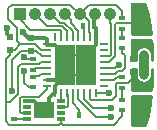
<source format=gbl>
G04 #@! TF.FileFunction,Copper,L2,Bot,Signal*
%FSLAX46Y46*%
G04 Gerber Fmt 4.6, Leading zero omitted, Abs format (unit mm)*
G04 Created by KiCad (PCBNEW 4.0.4+e1-6308~48~ubuntu14.04.1-stable) date Sat Nov 26 19:44:48 2016*
%MOMM*%
%LPD*%
G01*
G04 APERTURE LIST*
%ADD10C,0.350000*%
%ADD11R,0.600000X0.400000*%
%ADD12R,0.400000X0.600000*%
%ADD13R,0.500000X0.600000*%
%ADD14R,0.700000X0.250000*%
%ADD15R,0.250000X0.700000*%
%ADD16R,1.725000X1.725000*%
%ADD17C,1.050000*%
%ADD18R,1.050000X1.050000*%
%ADD19R,0.750000X0.300000*%
%ADD20R,0.875000X0.725000*%
%ADD21R,0.254000X0.254000*%
%ADD22C,0.600000*%
%ADD23C,0.304800*%
%ADD24C,0.152400*%
%ADD25C,0.254000*%
%ADD26C,0.300000*%
%ADD27O,0.799999X2.499999*%
G04 APERTURE END LIST*
D10*
D11*
X18135600Y-28092400D03*
D12*
X23672800Y-27736800D03*
X24003000Y-20193000D03*
X24903000Y-20193000D03*
D11*
X27300000Y-25450000D03*
X27300000Y-24550000D03*
X27305000Y-20432600D03*
X27305000Y-19532600D03*
D13*
X17780000Y-22199600D03*
X17780000Y-21099600D03*
X19590000Y-22300000D03*
X19590000Y-21200000D03*
D11*
X27300000Y-26450000D03*
X27300000Y-27350000D03*
X27300000Y-22100000D03*
X27300000Y-21200000D03*
X19786600Y-25411000D03*
X19786600Y-24511000D03*
X19786600Y-23001400D03*
X19786600Y-23901400D03*
D14*
X20942600Y-25270400D03*
X20942600Y-24770400D03*
X20942600Y-24270400D03*
X20942600Y-23770400D03*
X20942600Y-23270400D03*
X20942600Y-22770400D03*
X20942600Y-22270400D03*
X20942600Y-21770400D03*
D15*
X21592600Y-21120400D03*
X22092600Y-21120400D03*
X22592600Y-21120400D03*
X23092600Y-21120400D03*
X23592600Y-21120400D03*
X24092600Y-21120400D03*
X24592600Y-21120400D03*
X25092600Y-21120400D03*
D14*
X25742600Y-21770400D03*
X25742600Y-22270400D03*
X25742600Y-22770400D03*
X25742600Y-23270400D03*
X25742600Y-23770400D03*
X25742600Y-24270400D03*
X25742600Y-24770400D03*
X25742600Y-25270400D03*
D15*
X25092600Y-25920400D03*
X24592600Y-25920400D03*
X24092600Y-25920400D03*
X23592600Y-25920400D03*
X23092600Y-25920400D03*
X22592600Y-25920400D03*
X22092600Y-25920400D03*
X21592600Y-25920400D03*
D16*
X24205100Y-22657900D03*
X24205100Y-24382900D03*
X22480100Y-22657900D03*
X22480100Y-24382900D03*
D17*
X26238200Y-19177000D03*
X24968200Y-19177000D03*
D18*
X18618200Y-19177000D03*
D17*
X19888200Y-19177000D03*
X21158200Y-19177000D03*
X22428200Y-19177000D03*
X23698200Y-19177000D03*
D19*
X19225600Y-28080400D03*
X19225600Y-27580400D03*
X19225600Y-27080400D03*
X19225600Y-26580400D03*
X22125600Y-26580400D03*
X22125600Y-27080400D03*
X22125600Y-27580400D03*
X22125600Y-28080400D03*
D20*
X21113100Y-26967900D03*
X21113100Y-27692900D03*
X20238100Y-26967900D03*
X20238100Y-27692900D03*
D21*
X29006800Y-25095200D03*
X29006800Y-27635200D03*
X29006800Y-19202400D03*
X29006800Y-21742400D03*
D22*
X17571506Y-20339356D03*
X18913411Y-20751800D03*
X17953010Y-25738151D03*
X18968427Y-22858094D03*
X19015031Y-24053800D03*
X28295600Y-18542000D03*
X28295600Y-20675600D03*
X26202402Y-25908000D03*
X26995421Y-23469600D03*
X28255990Y-24079203D03*
X28295600Y-25450800D03*
X28255968Y-22961600D03*
X26365200Y-27166979D03*
X28295600Y-21539200D03*
X26365184Y-27919390D03*
X28346400Y-28397200D03*
X28346400Y-26365200D03*
D23*
X20238100Y-26967900D02*
X20238100Y-27692900D01*
X21592600Y-25920400D02*
X21493300Y-25920400D01*
X21493300Y-25920400D02*
X21113100Y-26300600D01*
X21113100Y-26300600D02*
X21113100Y-26967900D01*
X20238100Y-26967900D02*
X19850600Y-26580400D01*
X19850600Y-26580400D02*
X19225600Y-26580400D01*
X21113100Y-26967900D02*
X20238100Y-26967900D01*
X21113100Y-26967900D02*
X21113100Y-27692900D01*
X24903000Y-20193000D02*
X25092600Y-20382600D01*
X25092600Y-20382600D02*
X25092600Y-21120400D01*
X17571506Y-20339356D02*
X17571506Y-20891106D01*
X17571506Y-20891106D02*
X17780000Y-21099600D01*
X21592600Y-25920400D02*
X21590000Y-25923000D01*
X21592600Y-25920400D02*
X21597401Y-25915599D01*
X21597401Y-25915599D02*
X21597401Y-25265599D01*
X21597401Y-25265599D02*
X22480100Y-24382900D01*
X20942600Y-24770400D02*
X22092600Y-24770400D01*
X24903000Y-20193000D02*
X24903000Y-19242200D01*
X24903000Y-19242200D02*
X24968200Y-19177000D01*
X25092600Y-21120400D02*
X25087799Y-21125201D01*
X25087799Y-21125201D02*
X25087799Y-21775201D01*
X25087799Y-21775201D02*
X24205100Y-22657900D01*
X20942600Y-21770400D02*
X20947401Y-21775201D01*
X20947401Y-21775201D02*
X21597401Y-21775201D01*
X21597401Y-21775201D02*
X22480100Y-22657900D01*
X19590000Y-21200000D02*
X19361611Y-21200000D01*
X19361611Y-21200000D02*
X18913411Y-20751800D01*
X20942600Y-21770400D02*
X20942600Y-21340600D01*
X20942600Y-21340600D02*
X20802000Y-21200000D01*
X20802000Y-21200000D02*
X20649600Y-21200000D01*
X19590000Y-21200000D02*
X20649600Y-21200000D01*
D24*
X24205100Y-24382900D02*
X22480100Y-24382900D01*
X24205100Y-22657900D02*
X24205100Y-24382900D01*
X22480100Y-22657900D02*
X24205100Y-22657900D01*
X22480100Y-24382900D02*
X22480100Y-22657900D01*
X20942600Y-21770400D02*
X20942600Y-21493000D01*
X20942600Y-21493000D02*
X20649600Y-21200000D01*
X20649600Y-21200000D02*
X19992400Y-21200000D01*
X19992400Y-21200000D02*
X19590000Y-21200000D01*
X22480100Y-22657900D02*
X21592600Y-21770400D01*
X21592600Y-21770400D02*
X20942600Y-21770400D01*
X22480100Y-24382900D02*
X21592600Y-25270400D01*
X21592600Y-25270400D02*
X21592600Y-25920400D01*
X22092600Y-24770400D02*
X22480100Y-24382900D01*
X25092600Y-21120400D02*
X25092600Y-21770400D01*
X25092600Y-21770400D02*
X24205100Y-22657900D01*
X23698200Y-19177000D02*
X24485600Y-18389600D01*
X24485600Y-18389600D02*
X26771600Y-18389600D01*
X26771600Y-18389600D02*
X27305000Y-18923000D01*
X27305000Y-18923000D02*
X27305000Y-19532600D01*
X17449800Y-26644600D02*
X17424400Y-26670000D01*
X17729200Y-28549600D02*
X21958800Y-28549600D01*
X17424400Y-26670000D02*
X17424400Y-28244800D01*
X17424400Y-28244800D02*
X17729200Y-28549600D01*
X21958800Y-28549600D02*
X22125600Y-28382800D01*
X17424400Y-23007600D02*
X17780000Y-22652000D01*
X17780000Y-22652000D02*
X17780000Y-22199600D01*
X17828893Y-26644600D02*
X17449800Y-26644600D01*
X18481612Y-23712854D02*
X18481612Y-25991881D01*
X20266400Y-23444200D02*
X18750266Y-23444200D01*
X20440200Y-23270400D02*
X20266400Y-23444200D01*
X20942600Y-23270400D02*
X20440200Y-23270400D01*
X18750266Y-23444200D02*
X18481612Y-23712854D01*
X17449800Y-26644600D02*
X17424400Y-26619200D01*
X17424400Y-26619200D02*
X17424400Y-23007600D01*
X18481612Y-25991881D02*
X17828893Y-26644600D01*
X22125600Y-28382800D02*
X22292400Y-28549600D01*
X22292400Y-28549600D02*
X26619200Y-28549600D01*
X26619200Y-28549600D02*
X27300000Y-27868800D01*
X27300000Y-27868800D02*
X27300000Y-27350000D01*
X22125600Y-28080400D02*
X22125600Y-28382800D01*
X23698200Y-19177000D02*
X22910800Y-18389600D01*
X22910800Y-18389600D02*
X17944118Y-18389600D01*
X18364200Y-20384482D02*
X18364200Y-21445722D01*
X17944118Y-18389600D02*
X17627600Y-18706118D01*
X18364200Y-21445722D02*
X18665666Y-21747188D01*
X17627600Y-18706118D02*
X17627600Y-19647882D01*
X17627600Y-19647882D02*
X18364200Y-20384482D01*
X18665666Y-21747188D02*
X18213254Y-22199600D01*
X18213254Y-22199600D02*
X17780000Y-22199600D01*
X23698200Y-19177000D02*
X23898482Y-19177000D01*
X23898482Y-19177000D02*
X24474399Y-19752917D01*
X24474399Y-20675881D02*
X24474399Y-19752917D01*
X24592600Y-21120400D02*
X24561800Y-21089600D01*
X24561800Y-21089600D02*
X24561800Y-20763282D01*
X24561800Y-20763282D02*
X24474399Y-20675881D01*
X18665666Y-21747188D02*
X19916988Y-21747188D01*
X19916988Y-21747188D02*
X20440200Y-22270400D01*
X20440200Y-22270400D02*
X20942600Y-22270400D01*
X18746400Y-22300000D02*
X17953010Y-23093390D01*
X19590000Y-22300000D02*
X18746400Y-22300000D01*
X17953010Y-25313887D02*
X17953010Y-25738151D01*
X17953010Y-23093390D02*
X17953010Y-25313887D01*
X19590000Y-22300000D02*
X20014000Y-22300000D01*
X20014000Y-22300000D02*
X20484400Y-22770400D01*
X20484400Y-22770400D02*
X20942600Y-22770400D01*
X27300000Y-21200000D02*
X27300000Y-20437600D01*
X27300000Y-20437600D02*
X27305000Y-20432600D01*
X27300000Y-25450000D02*
X27300000Y-26450000D01*
X22428200Y-19177000D02*
X22953199Y-19701999D01*
X22953199Y-19701999D02*
X22953199Y-19978599D01*
X22953199Y-19978599D02*
X23592600Y-20618000D01*
X23592600Y-21120400D02*
X23592600Y-20618000D01*
X19524223Y-20540223D02*
X18618200Y-19634200D01*
X22092600Y-20618000D02*
X22014823Y-20540223D01*
X22014823Y-20540223D02*
X19524223Y-20540223D01*
X22092600Y-21120400D02*
X22092600Y-20618000D01*
X18618200Y-19634200D02*
X18618200Y-19177000D01*
X19786600Y-23001400D02*
X19111733Y-23001400D01*
X19111733Y-23001400D02*
X18968427Y-22858094D01*
X19888200Y-25411000D02*
X19416600Y-25411000D01*
X19416600Y-25411000D02*
X19015031Y-25009431D01*
X19015031Y-25009431D02*
X19015031Y-24478064D01*
X19015031Y-24478064D02*
X19015031Y-24053800D01*
X27300000Y-22452400D02*
X27300000Y-22100000D01*
X27524022Y-22676422D02*
X27300000Y-22452400D01*
X27524022Y-23723329D02*
X27524022Y-22676422D01*
X25742600Y-24270400D02*
X26668118Y-24270400D01*
X26940317Y-23998201D02*
X27249150Y-23998201D01*
X26668118Y-24270400D02*
X26940317Y-23998201D01*
X27249150Y-23998201D02*
X27524022Y-23723329D01*
X25742600Y-24770400D02*
X26614534Y-24770400D01*
X26614534Y-24770400D02*
X26834934Y-24550000D01*
X26834934Y-24550000D02*
X27300000Y-24550000D01*
X20942600Y-23770400D02*
X19917600Y-23770400D01*
X19917600Y-23770400D02*
X19786600Y-23901400D01*
X19888200Y-24460200D02*
X20243800Y-24460200D01*
X20243800Y-24460200D02*
X20433600Y-24270400D01*
X20433600Y-24270400D02*
X20942600Y-24270400D01*
X29006800Y-19202400D02*
X29006800Y-19481800D01*
X29006800Y-19481800D02*
X28498800Y-19989800D01*
X28498800Y-19989800D02*
X28270200Y-19989800D01*
X25742600Y-23270400D02*
X26194139Y-23270400D01*
X26194139Y-23270400D02*
X26695400Y-22769139D01*
X28270200Y-19989800D02*
X28295600Y-20015200D01*
X26695400Y-22769139D02*
X26695400Y-20103118D01*
X26695400Y-20103118D02*
X26808718Y-19989800D01*
X26808718Y-19989800D02*
X28270200Y-19989800D01*
X28295600Y-20015200D02*
X28295600Y-20675600D01*
X25641600Y-25920400D02*
X26190002Y-25920400D01*
X26190002Y-25920400D02*
X26202402Y-25908000D01*
X25092600Y-25920400D02*
X25641600Y-25920400D01*
X26695422Y-23769599D02*
X26995421Y-23469600D01*
X25742600Y-23770400D02*
X26694621Y-23770400D01*
X26694621Y-23770400D02*
X26695422Y-23769599D01*
X28255990Y-24576010D02*
X28255990Y-24503467D01*
X28255990Y-24503467D02*
X28255990Y-24079203D01*
X28168600Y-24663400D02*
X28255990Y-24576010D01*
X26771399Y-26162201D02*
X26434599Y-26499001D01*
X28168600Y-24663400D02*
X27813000Y-25019000D01*
X27813000Y-25019000D02*
X27432000Y-25019000D01*
X27432000Y-25019000D02*
X27429601Y-25021399D01*
X27429601Y-25021399D02*
X26817119Y-25021399D01*
X26817119Y-25021399D02*
X26771399Y-25067119D01*
X26771399Y-25067119D02*
X26771399Y-26162201D01*
X26434599Y-26499001D02*
X24668801Y-26499001D01*
X24668801Y-26499001D02*
X24592600Y-26422800D01*
X24592600Y-26422800D02*
X24592600Y-25920400D01*
X28168600Y-24663400D02*
X28600400Y-25095200D01*
X28600400Y-25095200D02*
X29006800Y-25095200D01*
X28295600Y-21539200D02*
X28803600Y-21539200D01*
X28803600Y-21539200D02*
X29006800Y-21742400D01*
X25940936Y-27166979D02*
X26365200Y-27166979D01*
X24092600Y-25920400D02*
X24092600Y-26422800D01*
X24092600Y-26422800D02*
X24836779Y-27166979D01*
X24836779Y-27166979D02*
X25940936Y-27166979D01*
X28346400Y-28397200D02*
X28346400Y-28295600D01*
X28346400Y-28295600D02*
X29006800Y-27635200D01*
X23592600Y-25920400D02*
X23592600Y-26422800D01*
X25940920Y-27919390D02*
X26365184Y-27919390D01*
X23592600Y-26422800D02*
X25089190Y-27919390D01*
X25089190Y-27919390D02*
X25940920Y-27919390D01*
X19888200Y-19177000D02*
X20946612Y-20235412D01*
X20946612Y-20235412D02*
X22210012Y-20235412D01*
X22210012Y-20235412D02*
X22592600Y-20618000D01*
X22592600Y-20618000D02*
X22592600Y-21120400D01*
X22066471Y-19930601D02*
X22405201Y-19930601D01*
X22405201Y-19930601D02*
X23092600Y-20618000D01*
X21158200Y-19177000D02*
X21312870Y-19177000D01*
X21312870Y-19177000D02*
X22066471Y-19930601D01*
X23092600Y-21120400D02*
X23092600Y-20618000D01*
X24092600Y-21120400D02*
X24092600Y-20255800D01*
X26245000Y-22770400D02*
X26390589Y-22624811D01*
X25742600Y-22770400D02*
X26245000Y-22770400D01*
X26238200Y-19919462D02*
X26238200Y-19177000D01*
X26390589Y-20071851D02*
X26238200Y-19919462D01*
X26390589Y-22624811D02*
X26390589Y-20071851D01*
X22592600Y-25920400D02*
X22729201Y-26057001D01*
X22729201Y-26057001D02*
X22729201Y-27004199D01*
X22729201Y-27004199D02*
X22653000Y-27080400D01*
X22653000Y-27080400D02*
X22125600Y-27080400D01*
X22092600Y-25920400D02*
X22092600Y-26547400D01*
X22092600Y-26547400D02*
X22125600Y-26580400D01*
X18621999Y-27504199D02*
X18698200Y-27580400D01*
X18621999Y-26282561D02*
X18621999Y-27504199D01*
X18705171Y-26199389D02*
X18621999Y-26282561D01*
X20291011Y-26199389D02*
X18705171Y-26199389D01*
X18698200Y-27580400D02*
X19225600Y-27580400D01*
X20942600Y-25547800D02*
X20291011Y-26199389D01*
X20942600Y-25270400D02*
X20942600Y-25547800D01*
X23114011Y-25941811D02*
X23092600Y-25920400D01*
X23114011Y-26725611D02*
X23114011Y-25941811D01*
X23672800Y-27284400D02*
X23114011Y-26725611D01*
X23672800Y-27736800D02*
X23672800Y-27284400D01*
X18135600Y-28092400D02*
X19213600Y-28092400D01*
X19213600Y-28092400D02*
X19225600Y-28080400D01*
D25*
G36*
X29206339Y-18395118D02*
X29218872Y-18426451D01*
X29238872Y-18476452D01*
X29245538Y-18486697D01*
X29249661Y-18498203D01*
X29271076Y-18533896D01*
X29285800Y-18578067D01*
X29344754Y-18754929D01*
X29383848Y-18891758D01*
X29386677Y-18897264D01*
X29387678Y-18903371D01*
X29415528Y-18977637D01*
X29433154Y-19039329D01*
X29452538Y-19116865D01*
X29470059Y-19186951D01*
X29478930Y-19266786D01*
X29481435Y-19274687D01*
X29481620Y-19282973D01*
X29501619Y-19372973D01*
X29502439Y-19374834D01*
X29502538Y-19376865D01*
X29521663Y-19453365D01*
X29540952Y-19549809D01*
X29541583Y-19551329D01*
X29541620Y-19552973D01*
X29559655Y-19634134D01*
X29568754Y-19725125D01*
X29570944Y-19732306D01*
X29570952Y-19739810D01*
X29590952Y-19839809D01*
X29590952Y-19839810D01*
X29609493Y-19932513D01*
X29618754Y-20025125D01*
X29620554Y-20031026D01*
X29620452Y-20037191D01*
X29639360Y-20141183D01*
X29648754Y-20235125D01*
X29650554Y-20241026D01*
X29650452Y-20247191D01*
X29669238Y-20350511D01*
X29678575Y-20453223D01*
X29688525Y-20572623D01*
X29690574Y-20579764D01*
X29690452Y-20587191D01*
X29709136Y-20689950D01*
X29718525Y-20802623D01*
X29724390Y-20873000D01*
X28127000Y-20873000D01*
X28127000Y-18377000D01*
X29192750Y-18377000D01*
X29206339Y-18395118D01*
X29206339Y-18395118D01*
G37*
X29206339Y-18395118D02*
X29218872Y-18426451D01*
X29238872Y-18476452D01*
X29245538Y-18486697D01*
X29249661Y-18498203D01*
X29271076Y-18533896D01*
X29285800Y-18578067D01*
X29344754Y-18754929D01*
X29383848Y-18891758D01*
X29386677Y-18897264D01*
X29387678Y-18903371D01*
X29415528Y-18977637D01*
X29433154Y-19039329D01*
X29452538Y-19116865D01*
X29470059Y-19186951D01*
X29478930Y-19266786D01*
X29481435Y-19274687D01*
X29481620Y-19282973D01*
X29501619Y-19372973D01*
X29502439Y-19374834D01*
X29502538Y-19376865D01*
X29521663Y-19453365D01*
X29540952Y-19549809D01*
X29541583Y-19551329D01*
X29541620Y-19552973D01*
X29559655Y-19634134D01*
X29568754Y-19725125D01*
X29570944Y-19732306D01*
X29570952Y-19739810D01*
X29590952Y-19839809D01*
X29590952Y-19839810D01*
X29609493Y-19932513D01*
X29618754Y-20025125D01*
X29620554Y-20031026D01*
X29620452Y-20037191D01*
X29639360Y-20141183D01*
X29648754Y-20235125D01*
X29650554Y-20241026D01*
X29650452Y-20247191D01*
X29669238Y-20350511D01*
X29678575Y-20453223D01*
X29688525Y-20572623D01*
X29690574Y-20579764D01*
X29690452Y-20587191D01*
X29709136Y-20689950D01*
X29718525Y-20802623D01*
X29724390Y-20873000D01*
X28127000Y-20873000D01*
X28127000Y-18377000D01*
X29192750Y-18377000D01*
X29206339Y-18395118D01*
G36*
X29768448Y-21411658D02*
X29768581Y-21412132D01*
X29768525Y-21412623D01*
X29778489Y-21532191D01*
X29788448Y-21661658D01*
X29788581Y-21662132D01*
X29788525Y-21662623D01*
X29798489Y-21782191D01*
X29808000Y-21905834D01*
X29808000Y-22030000D01*
X29809152Y-22035794D01*
X29808448Y-22041658D01*
X29828000Y-22295834D01*
X29828000Y-22430000D01*
X29829152Y-22435794D01*
X29828448Y-22441658D01*
X29838000Y-22565834D01*
X29838000Y-22830000D01*
X29839152Y-22835794D01*
X29838448Y-22841658D01*
X29848000Y-22965834D01*
X29848000Y-23123000D01*
X29787800Y-23123000D01*
X29787800Y-22589637D01*
X29736084Y-22329642D01*
X29588808Y-22109229D01*
X29368395Y-21961953D01*
X29108400Y-21910237D01*
X28848405Y-21961953D01*
X28627992Y-22109229D01*
X28480716Y-22329642D01*
X28429000Y-22589637D01*
X28429000Y-23123000D01*
X28127000Y-23123000D01*
X28127000Y-21377000D01*
X29765782Y-21377000D01*
X29768448Y-21411658D01*
X29768448Y-21411658D01*
G37*
X29768448Y-21411658D02*
X29768581Y-21412132D01*
X29768525Y-21412623D01*
X29778489Y-21532191D01*
X29788448Y-21661658D01*
X29788581Y-21662132D01*
X29788525Y-21662623D01*
X29798489Y-21782191D01*
X29808000Y-21905834D01*
X29808000Y-22030000D01*
X29809152Y-22035794D01*
X29808448Y-22041658D01*
X29828000Y-22295834D01*
X29828000Y-22430000D01*
X29829152Y-22435794D01*
X29828448Y-22441658D01*
X29838000Y-22565834D01*
X29838000Y-22830000D01*
X29839152Y-22835794D01*
X29838448Y-22841658D01*
X29848000Y-22965834D01*
X29848000Y-23123000D01*
X29787800Y-23123000D01*
X29787800Y-22589637D01*
X29736084Y-22329642D01*
X29588808Y-22109229D01*
X29368395Y-21961953D01*
X29108400Y-21910237D01*
X28848405Y-21961953D01*
X28627992Y-22109229D01*
X28480716Y-22329642D01*
X28429000Y-22589637D01*
X28429000Y-23123000D01*
X28127000Y-23123000D01*
X28127000Y-21377000D01*
X29765782Y-21377000D01*
X29768448Y-21411658D01*
G36*
X28429000Y-24349563D02*
X28480716Y-24609558D01*
X28627992Y-24829971D01*
X28848405Y-24977247D01*
X29108400Y-25028963D01*
X29368395Y-24977247D01*
X29588808Y-24829971D01*
X29736084Y-24609558D01*
X29787800Y-24349563D01*
X29787800Y-23877000D01*
X29848000Y-23877000D01*
X29848000Y-24034166D01*
X29838448Y-24158342D01*
X29839152Y-24164206D01*
X29838000Y-24170000D01*
X29838000Y-24434166D01*
X29828448Y-24558342D01*
X29829152Y-24564206D01*
X29828000Y-24570000D01*
X29828000Y-24704166D01*
X29808448Y-24958342D01*
X29809152Y-24964206D01*
X29808000Y-24970000D01*
X29808000Y-25094166D01*
X29798489Y-25217809D01*
X29788525Y-25337377D01*
X29788581Y-25337868D01*
X29788448Y-25338342D01*
X29778489Y-25467809D01*
X29768525Y-25587377D01*
X29768581Y-25587868D01*
X29768448Y-25588342D01*
X29765782Y-25623000D01*
X28127000Y-25623000D01*
X28127000Y-23877000D01*
X28429000Y-23877000D01*
X28429000Y-24349563D01*
X28429000Y-24349563D01*
G37*
X28429000Y-24349563D02*
X28480716Y-24609558D01*
X28627992Y-24829971D01*
X28848405Y-24977247D01*
X29108400Y-25028963D01*
X29368395Y-24977247D01*
X29588808Y-24829971D01*
X29736084Y-24609558D01*
X29787800Y-24349563D01*
X29787800Y-23877000D01*
X29848000Y-23877000D01*
X29848000Y-24034166D01*
X29838448Y-24158342D01*
X29839152Y-24164206D01*
X29838000Y-24170000D01*
X29838000Y-24434166D01*
X29828448Y-24558342D01*
X29829152Y-24564206D01*
X29828000Y-24570000D01*
X29828000Y-24704166D01*
X29808448Y-24958342D01*
X29809152Y-24964206D01*
X29808000Y-24970000D01*
X29808000Y-25094166D01*
X29798489Y-25217809D01*
X29788525Y-25337377D01*
X29788581Y-25337868D01*
X29788448Y-25338342D01*
X29778489Y-25467809D01*
X29768525Y-25587377D01*
X29768581Y-25587868D01*
X29768448Y-25588342D01*
X29765782Y-25623000D01*
X28127000Y-25623000D01*
X28127000Y-23877000D01*
X28429000Y-23877000D01*
X28429000Y-24349563D01*
G36*
X29718525Y-26197377D02*
X29709136Y-26310050D01*
X29690452Y-26412809D01*
X29690574Y-26420236D01*
X29688525Y-26427377D01*
X29678575Y-26546777D01*
X29669238Y-26649489D01*
X29650452Y-26752809D01*
X29650554Y-26758974D01*
X29648754Y-26764875D01*
X29639360Y-26858817D01*
X29620452Y-26962809D01*
X29620554Y-26968974D01*
X29618754Y-26974875D01*
X29609493Y-27067487D01*
X29590952Y-27160190D01*
X29590952Y-27160191D01*
X29570952Y-27260190D01*
X29570944Y-27267694D01*
X29568754Y-27274875D01*
X29559655Y-27365866D01*
X29541620Y-27447027D01*
X29541583Y-27448671D01*
X29540952Y-27450191D01*
X29521663Y-27546635D01*
X29502538Y-27623135D01*
X29502439Y-27625166D01*
X29501619Y-27627027D01*
X29481620Y-27717027D01*
X29481435Y-27725313D01*
X29478930Y-27733214D01*
X29470059Y-27813049D01*
X29452538Y-27883135D01*
X29433154Y-27960671D01*
X29415528Y-28022363D01*
X29387678Y-28096629D01*
X29386677Y-28102736D01*
X29383848Y-28108242D01*
X29344754Y-28245071D01*
X29285800Y-28421933D01*
X29271076Y-28466104D01*
X29249661Y-28501797D01*
X29245538Y-28513303D01*
X29238872Y-28523548D01*
X29218873Y-28573546D01*
X29218872Y-28573548D01*
X29206339Y-28604882D01*
X29192750Y-28623000D01*
X28127000Y-28623000D01*
X28127000Y-26127000D01*
X29724390Y-26127000D01*
X29718525Y-26197377D01*
X29718525Y-26197377D01*
G37*
X29718525Y-26197377D02*
X29709136Y-26310050D01*
X29690452Y-26412809D01*
X29690574Y-26420236D01*
X29688525Y-26427377D01*
X29678575Y-26546777D01*
X29669238Y-26649489D01*
X29650452Y-26752809D01*
X29650554Y-26758974D01*
X29648754Y-26764875D01*
X29639360Y-26858817D01*
X29620452Y-26962809D01*
X29620554Y-26968974D01*
X29618754Y-26974875D01*
X29609493Y-27067487D01*
X29590952Y-27160190D01*
X29590952Y-27160191D01*
X29570952Y-27260190D01*
X29570944Y-27267694D01*
X29568754Y-27274875D01*
X29559655Y-27365866D01*
X29541620Y-27447027D01*
X29541583Y-27448671D01*
X29540952Y-27450191D01*
X29521663Y-27546635D01*
X29502538Y-27623135D01*
X29502439Y-27625166D01*
X29501619Y-27627027D01*
X29481620Y-27717027D01*
X29481435Y-27725313D01*
X29478930Y-27733214D01*
X29470059Y-27813049D01*
X29452538Y-27883135D01*
X29433154Y-27960671D01*
X29415528Y-28022363D01*
X29387678Y-28096629D01*
X29386677Y-28102736D01*
X29383848Y-28108242D01*
X29344754Y-28245071D01*
X29285800Y-28421933D01*
X29271076Y-28466104D01*
X29249661Y-28501797D01*
X29245538Y-28513303D01*
X29238872Y-28523548D01*
X29218873Y-28573546D01*
X29218872Y-28573548D01*
X29206339Y-28604882D01*
X29192750Y-28623000D01*
X28127000Y-28623000D01*
X28127000Y-26127000D01*
X29724390Y-26127000D01*
X29718525Y-26197377D01*
D26*
X17571506Y-20339356D03*
X18913411Y-20751800D03*
X17953010Y-25738151D03*
X18968427Y-22858094D03*
X19015031Y-24053800D03*
X28295600Y-18542000D03*
X28295600Y-20675600D03*
X26202402Y-25908000D03*
X26995421Y-23469600D03*
X28255990Y-24079203D03*
X28295600Y-25450800D03*
X28255968Y-22961600D03*
X26365200Y-27166979D03*
X28295600Y-21539200D03*
X26365184Y-27919390D03*
X28346400Y-28397200D03*
X28346400Y-26365200D03*
D27*
X29108400Y-23469600D03*
M02*

</source>
